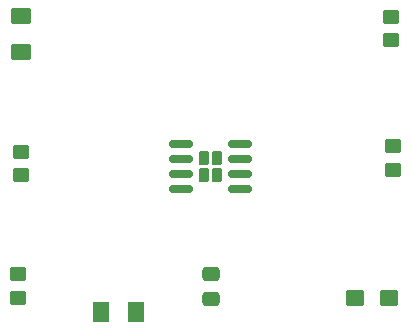
<source format=gbr>
%TF.GenerationSoftware,KiCad,Pcbnew,(6.0.10)*%
%TF.CreationDate,2023-02-16T14:18:03-08:00*%
%TF.ProjectId,lab4e2,6c616234-6532-42e6-9b69-6361645f7063,rev?*%
%TF.SameCoordinates,Original*%
%TF.FileFunction,Paste,Top*%
%TF.FilePolarity,Positive*%
%FSLAX46Y46*%
G04 Gerber Fmt 4.6, Leading zero omitted, Abs format (unit mm)*
G04 Created by KiCad (PCBNEW (6.0.10)) date 2023-02-16 14:18:03*
%MOMM*%
%LPD*%
G01*
G04 APERTURE LIST*
G04 Aperture macros list*
%AMRoundRect*
0 Rectangle with rounded corners*
0 $1 Rounding radius*
0 $2 $3 $4 $5 $6 $7 $8 $9 X,Y pos of 4 corners*
0 Add a 4 corners polygon primitive as box body*
4,1,4,$2,$3,$4,$5,$6,$7,$8,$9,$2,$3,0*
0 Add four circle primitives for the rounded corners*
1,1,$1+$1,$2,$3*
1,1,$1+$1,$4,$5*
1,1,$1+$1,$6,$7*
1,1,$1+$1,$8,$9*
0 Add four rect primitives between the rounded corners*
20,1,$1+$1,$2,$3,$4,$5,0*
20,1,$1+$1,$4,$5,$6,$7,0*
20,1,$1+$1,$6,$7,$8,$9,0*
20,1,$1+$1,$8,$9,$2,$3,0*%
G04 Aperture macros list end*
%ADD10RoundRect,0.250000X-0.450000X0.350000X-0.450000X-0.350000X0.450000X-0.350000X0.450000X0.350000X0*%
%ADD11RoundRect,0.250000X0.537500X0.425000X-0.537500X0.425000X-0.537500X-0.425000X0.537500X-0.425000X0*%
%ADD12RoundRect,0.250000X0.450000X-0.350000X0.450000X0.350000X-0.450000X0.350000X-0.450000X-0.350000X0*%
%ADD13RoundRect,0.250001X0.462499X0.624999X-0.462499X0.624999X-0.462499X-0.624999X0.462499X-0.624999X0*%
%ADD14RoundRect,0.250001X0.624999X-0.462499X0.624999X0.462499X-0.624999X0.462499X-0.624999X-0.462499X0*%
%ADD15RoundRect,0.230000X-0.230000X-0.375000X0.230000X-0.375000X0.230000X0.375000X-0.230000X0.375000X0*%
%ADD16RoundRect,0.150000X-0.825000X-0.150000X0.825000X-0.150000X0.825000X0.150000X-0.825000X0.150000X0*%
%ADD17RoundRect,0.250000X-0.475000X0.337500X-0.475000X-0.337500X0.475000X-0.337500X0.475000X0.337500X0*%
G04 APERTURE END LIST*
D10*
%TO.C,R2*%
X165320000Y-102444128D03*
X165320000Y-104444128D03*
%TD*%
D11*
%TO.C,C1*%
X164980000Y-115235000D03*
X162105000Y-115235000D03*
%TD*%
D12*
%TO.C,R3*%
X133810000Y-104873372D03*
X133810000Y-102873372D03*
%TD*%
D10*
%TO.C,R1*%
X165100000Y-91440000D03*
X165100000Y-93440000D03*
%TD*%
D13*
%TO.C,D2*%
X143580000Y-116440000D03*
X140605000Y-116440000D03*
%TD*%
D10*
%TO.C,R4*%
X133560000Y-113268808D03*
X133560000Y-115268808D03*
%TD*%
D14*
%TO.C,D1*%
X133820000Y-94405000D03*
X133820000Y-91430000D03*
%TD*%
D15*
%TO.C,U1*%
X150430000Y-104890000D03*
X149290000Y-103390000D03*
X149290000Y-104890000D03*
X150430000Y-103390000D03*
D16*
X147385000Y-102235000D03*
X147385000Y-103505000D03*
X147385000Y-104775000D03*
X147385000Y-106045000D03*
X152335000Y-106045000D03*
X152335000Y-104775000D03*
X152335000Y-103505000D03*
X152335000Y-102235000D03*
%TD*%
D17*
%TO.C,C2*%
X149900000Y-113262500D03*
X149900000Y-115337500D03*
%TD*%
M02*

</source>
